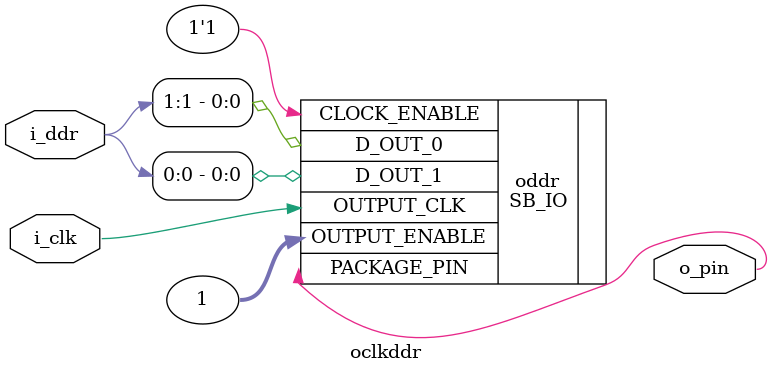
<source format=v>
`default_nettype	none
module	oclkddr(i_clk, i_ddr, o_pin);
	input	wire		i_clk;
	input	wire	[1:0]	i_ddr;
	output	wire		o_pin;

	SB_IO	#(.PIN_TYPE(6'b0100_01)
	   ) oddr(
		.OUTPUT_CLK(i_clk),
		.CLOCK_ENABLE(1'b1),
		.D_OUT_0(i_ddr[1]),
		.D_OUT_1(i_ddr[0]),
		.OUTPUT_ENABLE(1),
		.PACKAGE_PIN(o_pin));

endmodule

</source>
